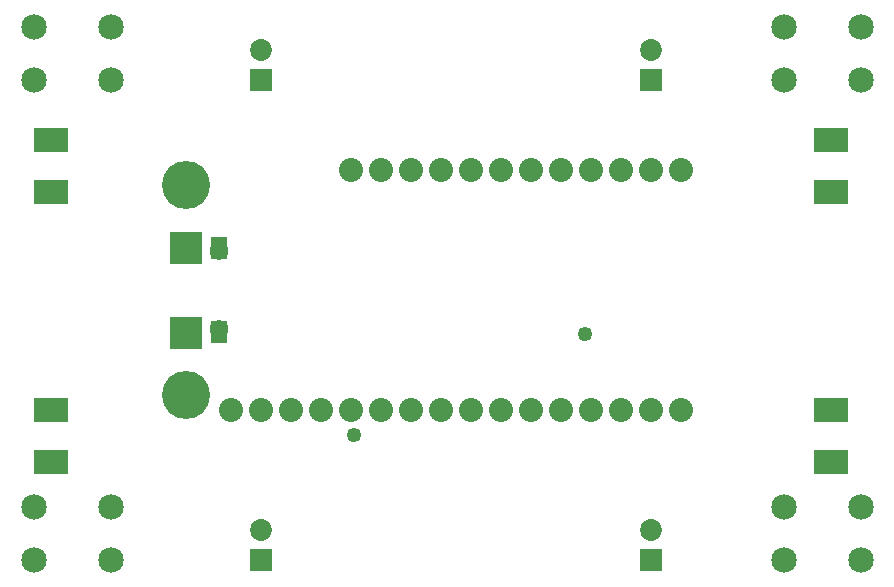
<source format=gts>
G04 MADE WITH FRITZING*
G04 WWW.FRITZING.ORG*
G04 DOUBLE SIDED*
G04 HOLES PLATED*
G04 CONTOUR ON CENTER OF CONTOUR VECTOR*
%ASAXBY*%
%FSLAX23Y23*%
%MOIN*%
%OFA0B0*%
%SFA1.0B1.0*%
%ADD10C,0.080000*%
%ADD11C,0.105000*%
%ADD12C,0.159999*%
%ADD13C,0.061496*%
%ADD14C,0.072992*%
%ADD15C,0.085000*%
%ADD16C,0.049370*%
%ADD17R,0.105000X0.105000*%
%ADD18R,0.072992X0.072992*%
%ADD19R,0.116299X0.080866*%
%ADD20R,0.001000X0.001000*%
%LNMASK1*%
G90*
G70*
G54D10*
X1644Y1533D03*
X1744Y733D03*
X944Y733D03*
X2444Y1533D03*
G54D11*
X795Y992D03*
G54D10*
X1344Y733D03*
X2144Y733D03*
X2044Y1533D03*
G54D12*
X794Y1483D03*
G54D10*
X1144Y733D03*
X1544Y733D03*
X1944Y733D03*
X2344Y733D03*
X2244Y1533D03*
X1844Y1533D03*
X1444Y1533D03*
G54D13*
X905Y1003D03*
G54D10*
X1044Y733D03*
X1244Y733D03*
X1444Y733D03*
X1644Y733D03*
X1844Y733D03*
X2044Y733D03*
X2244Y733D03*
X2444Y733D03*
X2344Y1533D03*
X2144Y1533D03*
X1944Y1533D03*
X1744Y1533D03*
X1544Y1533D03*
X1344Y1533D03*
G54D12*
X794Y783D03*
G54D13*
X905Y1263D03*
G54D11*
X795Y1275D03*
G54D14*
X1044Y1835D03*
X1044Y1933D03*
X2344Y1835D03*
X2344Y1933D03*
X2344Y235D03*
X2344Y333D03*
X1044Y235D03*
X1044Y333D03*
G54D15*
X544Y233D03*
X289Y233D03*
X544Y411D03*
X289Y411D03*
X3044Y233D03*
X2789Y233D03*
X3044Y411D03*
X2789Y411D03*
X3044Y1833D03*
X2789Y1833D03*
X3044Y2011D03*
X2789Y2011D03*
X544Y1833D03*
X289Y1833D03*
X544Y2011D03*
X289Y2011D03*
G54D16*
X2124Y986D03*
X1356Y650D03*
G54D17*
X795Y992D03*
X795Y1275D03*
G54D18*
X1044Y1835D03*
X2344Y1835D03*
X2344Y235D03*
X1044Y235D03*
G54D19*
X344Y560D03*
X344Y733D03*
X2944Y560D03*
X2944Y733D03*
X2944Y1633D03*
X2944Y1460D03*
X344Y1633D03*
X344Y1460D03*
G54D20*
X879Y1310D02*
X929Y1310D01*
X879Y1309D02*
X930Y1309D01*
X879Y1308D02*
X930Y1308D01*
X879Y1307D02*
X930Y1307D01*
X879Y1306D02*
X930Y1306D01*
X879Y1305D02*
X930Y1305D01*
X879Y1304D02*
X930Y1304D01*
X879Y1303D02*
X930Y1303D01*
X879Y1302D02*
X930Y1302D01*
X879Y1301D02*
X930Y1301D01*
X879Y1300D02*
X930Y1300D01*
X879Y1299D02*
X930Y1299D01*
X879Y1298D02*
X930Y1298D01*
X879Y1297D02*
X930Y1297D01*
X879Y1296D02*
X930Y1296D01*
X879Y1295D02*
X930Y1295D01*
X879Y1294D02*
X930Y1294D01*
X879Y1293D02*
X930Y1293D01*
X879Y1292D02*
X930Y1292D01*
X879Y1291D02*
X930Y1291D01*
X879Y1290D02*
X930Y1290D01*
X879Y1289D02*
X930Y1289D01*
X879Y1288D02*
X930Y1288D01*
X879Y1287D02*
X930Y1287D01*
X879Y1286D02*
X930Y1286D01*
X879Y1285D02*
X930Y1285D01*
X879Y1284D02*
X930Y1284D01*
X879Y1283D02*
X930Y1283D01*
X879Y1282D02*
X930Y1282D01*
X879Y1281D02*
X930Y1281D01*
X879Y1280D02*
X930Y1280D01*
X879Y1279D02*
X900Y1279D01*
X908Y1279D02*
X930Y1279D01*
X879Y1278D02*
X897Y1278D01*
X911Y1278D02*
X930Y1278D01*
X879Y1277D02*
X895Y1277D01*
X913Y1277D02*
X930Y1277D01*
X879Y1276D02*
X894Y1276D01*
X914Y1276D02*
X930Y1276D01*
X879Y1275D02*
X893Y1275D01*
X916Y1275D02*
X930Y1275D01*
X879Y1274D02*
X892Y1274D01*
X917Y1274D02*
X930Y1274D01*
X879Y1273D02*
X891Y1273D01*
X917Y1273D02*
X930Y1273D01*
X879Y1272D02*
X890Y1272D01*
X918Y1272D02*
X930Y1272D01*
X879Y1271D02*
X890Y1271D01*
X919Y1271D02*
X930Y1271D01*
X879Y1270D02*
X889Y1270D01*
X919Y1270D02*
X930Y1270D01*
X879Y1269D02*
X889Y1269D01*
X920Y1269D02*
X930Y1269D01*
X879Y1268D02*
X889Y1268D01*
X920Y1268D02*
X930Y1268D01*
X879Y1267D02*
X888Y1267D01*
X920Y1267D02*
X930Y1267D01*
X879Y1266D02*
X888Y1266D01*
X920Y1266D02*
X930Y1266D01*
X879Y1265D02*
X888Y1265D01*
X920Y1265D02*
X930Y1265D01*
X879Y1264D02*
X888Y1264D01*
X920Y1264D02*
X930Y1264D01*
X879Y1263D02*
X888Y1263D01*
X920Y1263D02*
X930Y1263D01*
X879Y1262D02*
X888Y1262D01*
X920Y1262D02*
X930Y1262D01*
X879Y1261D02*
X888Y1261D01*
X920Y1261D02*
X930Y1261D01*
X879Y1260D02*
X888Y1260D01*
X920Y1260D02*
X930Y1260D01*
X879Y1259D02*
X889Y1259D01*
X920Y1259D02*
X930Y1259D01*
X879Y1258D02*
X889Y1258D01*
X920Y1258D02*
X930Y1258D01*
X879Y1257D02*
X889Y1257D01*
X919Y1257D02*
X930Y1257D01*
X879Y1256D02*
X890Y1256D01*
X919Y1256D02*
X930Y1256D01*
X879Y1255D02*
X891Y1255D01*
X918Y1255D02*
X930Y1255D01*
X879Y1254D02*
X891Y1254D01*
X917Y1254D02*
X930Y1254D01*
X879Y1253D02*
X892Y1253D01*
X916Y1253D02*
X930Y1253D01*
X879Y1252D02*
X893Y1252D01*
X915Y1252D02*
X930Y1252D01*
X879Y1251D02*
X894Y1251D01*
X914Y1251D02*
X930Y1251D01*
X879Y1250D02*
X896Y1250D01*
X913Y1250D02*
X930Y1250D01*
X879Y1249D02*
X898Y1249D01*
X911Y1249D02*
X930Y1249D01*
X879Y1248D02*
X930Y1248D01*
X879Y1247D02*
X930Y1247D01*
X879Y1246D02*
X930Y1246D01*
X879Y1245D02*
X930Y1245D01*
X879Y1244D02*
X930Y1244D01*
X879Y1243D02*
X930Y1243D01*
X879Y1242D02*
X930Y1242D01*
X879Y1241D02*
X930Y1241D01*
X879Y1240D02*
X930Y1240D01*
X879Y1239D02*
X930Y1239D01*
X879Y1238D02*
X929Y1238D01*
X879Y1029D02*
X930Y1029D01*
X879Y1028D02*
X930Y1028D01*
X879Y1027D02*
X930Y1027D01*
X879Y1026D02*
X930Y1026D01*
X879Y1025D02*
X930Y1025D01*
X879Y1024D02*
X930Y1024D01*
X879Y1023D02*
X930Y1023D01*
X879Y1022D02*
X930Y1022D01*
X879Y1021D02*
X930Y1021D01*
X879Y1020D02*
X930Y1020D01*
X879Y1019D02*
X900Y1019D01*
X909Y1019D02*
X930Y1019D01*
X879Y1018D02*
X897Y1018D01*
X912Y1018D02*
X930Y1018D01*
X879Y1017D02*
X895Y1017D01*
X913Y1017D02*
X930Y1017D01*
X879Y1016D02*
X894Y1016D01*
X915Y1016D02*
X930Y1016D01*
X879Y1015D02*
X893Y1015D01*
X916Y1015D02*
X930Y1015D01*
X879Y1014D02*
X892Y1014D01*
X917Y1014D02*
X930Y1014D01*
X879Y1013D02*
X891Y1013D01*
X918Y1013D02*
X930Y1013D01*
X879Y1012D02*
X890Y1012D01*
X918Y1012D02*
X930Y1012D01*
X879Y1011D02*
X890Y1011D01*
X919Y1011D02*
X930Y1011D01*
X879Y1010D02*
X889Y1010D01*
X919Y1010D02*
X930Y1010D01*
X879Y1009D02*
X889Y1009D01*
X920Y1009D02*
X930Y1009D01*
X879Y1008D02*
X889Y1008D01*
X920Y1008D02*
X930Y1008D01*
X879Y1007D02*
X888Y1007D01*
X920Y1007D02*
X930Y1007D01*
X879Y1006D02*
X888Y1006D01*
X920Y1006D02*
X930Y1006D01*
X879Y1005D02*
X888Y1005D01*
X920Y1005D02*
X930Y1005D01*
X879Y1004D02*
X888Y1004D01*
X920Y1004D02*
X930Y1004D01*
X879Y1003D02*
X888Y1003D01*
X920Y1003D02*
X930Y1003D01*
X879Y1002D02*
X888Y1002D01*
X920Y1002D02*
X930Y1002D01*
X879Y1001D02*
X888Y1001D01*
X920Y1001D02*
X930Y1001D01*
X879Y1000D02*
X889Y1000D01*
X920Y1000D02*
X930Y1000D01*
X879Y999D02*
X889Y999D01*
X920Y999D02*
X930Y999D01*
X879Y998D02*
X889Y998D01*
X919Y998D02*
X930Y998D01*
X879Y997D02*
X890Y997D01*
X919Y997D02*
X930Y997D01*
X879Y996D02*
X890Y996D01*
X918Y996D02*
X930Y996D01*
X879Y995D02*
X891Y995D01*
X918Y995D02*
X930Y995D01*
X879Y994D02*
X892Y994D01*
X917Y994D02*
X930Y994D01*
X879Y993D02*
X892Y993D01*
X916Y993D02*
X930Y993D01*
X879Y992D02*
X893Y992D01*
X915Y992D02*
X930Y992D01*
X879Y991D02*
X895Y991D01*
X914Y991D02*
X930Y991D01*
X879Y990D02*
X896Y990D01*
X912Y990D02*
X930Y990D01*
X879Y989D02*
X898Y989D01*
X910Y989D02*
X930Y989D01*
X879Y988D02*
X930Y988D01*
X879Y987D02*
X930Y987D01*
X879Y986D02*
X930Y986D01*
X879Y985D02*
X930Y985D01*
X879Y984D02*
X930Y984D01*
X879Y983D02*
X930Y983D01*
X879Y982D02*
X930Y982D01*
X879Y981D02*
X930Y981D01*
X879Y980D02*
X930Y980D01*
X879Y979D02*
X930Y979D01*
X879Y978D02*
X930Y978D01*
X879Y977D02*
X930Y977D01*
X879Y976D02*
X930Y976D01*
X879Y975D02*
X930Y975D01*
X879Y974D02*
X930Y974D01*
X879Y973D02*
X930Y973D01*
X879Y972D02*
X930Y972D01*
X879Y971D02*
X930Y971D01*
X879Y970D02*
X930Y970D01*
X879Y969D02*
X930Y969D01*
X879Y968D02*
X930Y968D01*
X879Y967D02*
X930Y967D01*
X879Y966D02*
X930Y966D01*
X879Y965D02*
X930Y965D01*
X879Y964D02*
X930Y964D01*
X879Y963D02*
X930Y963D01*
X879Y962D02*
X930Y962D01*
X879Y961D02*
X930Y961D01*
X879Y960D02*
X930Y960D01*
X879Y959D02*
X930Y959D01*
X879Y958D02*
X930Y958D01*
D02*
G04 End of Mask1*
M02*
</source>
